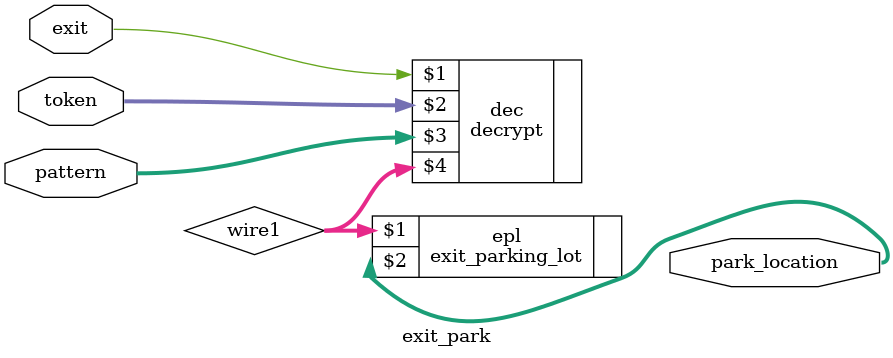
<source format=v>
`timescale 1ns / 1ps
module exit_park(
  exit,
  token,
  pattern,
  park_location);
  
 input exit;
 input [2:0] token;
 input [2:0] pattern;
 output [7:0] park_location;
   
 wire [2:0]wire1;
 
 decrypt dec(exit,token,pattern,wire1);
 exit_parking_lot epl(wire1,park_location);
   
endmodule

</source>
